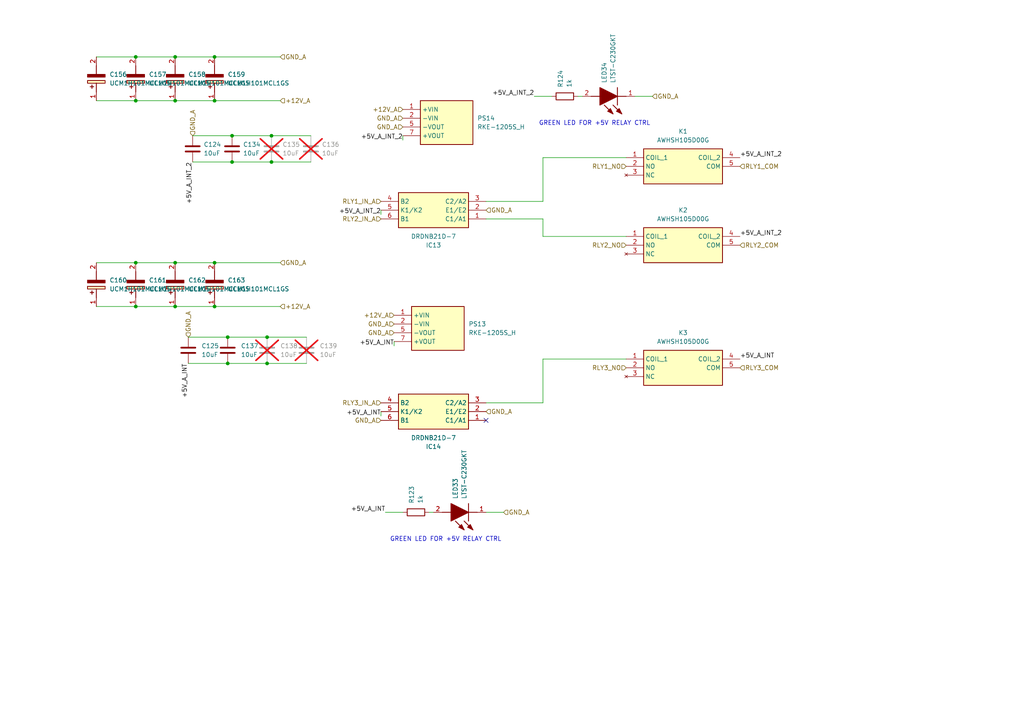
<source format=kicad_sch>
(kicad_sch (version 20250114) (generator "eeschema") (generator_version "9.0")
  (paper "A4")
  (lib_symbols
    (symbol "Device:C" (pin_numbers (hide yes)) (pin_names (offset 0.254))
      (property "Reference" "C" (at 0.635 2.54 0))
      (property "Value" "C" (at 0.635 -2.54 0))
      (symbol "C_0_1"
        (polyline (pts (xy -2.032 0.762) (xy 2.032 0.762)) (stroke (width 0.508)))
        (polyline (pts (xy -2.032 -0.762) (xy 2.032 -0.762)) (stroke (width 0.508)))
      )
      (symbol "C_1_1"
        (pin passive line (at 0 3.81 270) (length 2.794) (name "~") (number "1"))
        (pin passive line (at 0 -3.81 90) (length 2.794) (name "~") (number "2"))
      )
    )
    (symbol "Device:R" (pin_numbers (hide yes)) (pin_names (offset 0))
      (property "Reference" "R" (at 2.032 0 90))
      (property "Value" "R" (at 0 0 90))
      (symbol "R_0_1"
        (rectangle (start -1.016 -2.54) (end 1.016 2.54) (stroke (width 0.254)))
      )
      (symbol "R_1_1"
        (pin passive line (at 0 3.81 270) (length 1.27) (name "~") (number "1"))
        (pin passive line (at 0 -3.81 90) (length 1.27) (name "~") (number "2"))
      )
    )
    (symbol "InverterCom:AWHSH105D00G"
      (property "Reference" "K" (at 29.21 7.62 0))
      (property "Value" "AWHSH105D00G" (at 29.21 5.08 0))
      (symbol "AWHSH105D00G_1_1"
        (rectangle (start 5.08 2.54) (end 27.94 -7.62) (stroke (width 0.254)) (fill (type background)))
        (pin passive line (at 0 0 0) (length 5.08) (name "COIL_1") (number "1"))
        (pin passive line (at 0 -2.54 0) (length 5.08) (name "NO") (number "2"))
        (pin no_connect line (at 0 -5.08 0) (length 5.08) (name "NC") (number "3"))
        (pin passive line (at 33.02 0 180) (length 5.08) (name "COIL_2") (number "4"))
        (pin passive line (at 33.02 -2.54 180) (length 5.08) (name "COM") (number "5"))
      )
    )
    (symbol "InverterCom:DRDNB21D-7"
      (property "Reference" "IC" (at 26.67 7.62 0))
      (property "Value" "DRDNB21D-7" (at 26.67 5.08 0))
      (symbol "DRDNB21D-7_1_1"
        (rectangle (start 5.08 2.54) (end 25.4 -7.62) (stroke (width 0.254)) (fill (type background)))
        (pin passive line (at 0 0 0) (length 5.08) (name "C1/A1") (number "1"))
        (pin passive line (at 0 -2.54 0) (length 5.08) (name "E1/E2") (number "2"))
        (pin passive line (at 0 -5.08 0) (length 5.08) (name "C2/A2") (number "3"))
        (pin passive line (at 30.48 0 180) (length 5.08) (name "B1") (number "6"))
        (pin passive line (at 30.48 -2.54 180) (length 5.08) (name "K1/K2") (number "5"))
        (pin passive line (at 30.48 -5.08 180) (length 5.08) (name "B2") (number "4"))
      )
    )
    (symbol "InverterCom:LTST-C230GKT" (pin_names (hide yes))
      (property "Reference" "LED" (at 12.7 8.89 0))
      (property "Value" "LTST-C230GKT" (at 12.7 6.35 0))
      (symbol "LTST-C230GKT_1_1"
        (polyline (pts (xy 2.54 0) (xy 5.08 0)) (stroke (width 0.254)))
        (polyline (pts (xy 5.08 2.54) (xy 5.08 -2.54)) (stroke (width 0.254)))
        (polyline (pts (xy 5.08 0) (xy 10.16 2.54) (xy 10.16 -2.54) (xy 5.08 0)) (stroke (width 0.254)) (fill (type outline)))
        (polyline (pts (xy 5.334 4.318) (xy 4.572 3.556) (xy 3.81 5.08) (xy 5.334 4.318)) (stroke (width 0.254)) (fill (type outline)))
        (polyline (pts (xy 6.35 2.54) (xy 3.81 5.08)) (stroke (width 0.254)))
        (polyline (pts (xy 7.874 4.318) (xy 7.112 3.556) (xy 6.35 5.08) (xy 7.874 4.318)) (stroke (width 0.254)) (fill (type outline)))
        (polyline (pts (xy 8.89 2.54) (xy 6.35 5.08)) (stroke (width 0.254)))
        (polyline (pts (xy 10.16 0) (xy 12.7 0)) (stroke (width 0.254)))
        (pin passive line (at 0 0 0) (length 2.54) (name "K") (number "1"))
        (pin passive line (at 15.24 0 180) (length 2.54) (name "A") (number "2"))
      )
    )
    (symbol "InverterCom:RKE-1205S_H"
      (property "Reference" "PS" (at 21.59 7.62 0))
      (property "Value" "RKE-1205S_H" (at 21.59 5.08 0))
      (symbol "RKE-1205S_H_1_1"
        (rectangle (start 5.08 2.54) (end 20.32 -10.16) (stroke (width 0.254)) (fill (type background)))
        (pin passive line (at 0 0 0) (length 5.08) (name "+VIN") (number "1"))
        (pin passive line (at 0 -2.54 0) (length 5.08) (name "-VIN") (number "2"))
        (pin passive line (at 0 -5.08 0) (length 5.08) (name "-VOUT") (number "5"))
        (pin passive line (at 0 -7.62 0) (length 5.08) (name "+VOUT") (number "7"))
      )
    )
    (symbol "InverterCom:UCM1H101MCL1GS" (pin_names (hide yes))
      (property "Reference" "C" (at 8.89 6.35 0))
      (property "Value" "UCM1H101MCL1GS" (at 8.89 3.81 0))
      (symbol "UCM1H101MCL1GS_1_1"
        (polyline (pts (xy 2.54 0) (xy 5.08 0)) (stroke (width 0.254)))
        (polyline (pts (xy 4.064 1.778) (xy 4.064 0.762)) (stroke (width 0.254)))
        (polyline (pts (xy 4.572 1.27) (xy 3.556 1.27)) (stroke (width 0.254)))
        (rectangle (start 5.08 2.54) (end 5.842 -2.54) (stroke (width 0.254)) (fill (type background)))
        (polyline (pts (xy 7.62 2.54) (xy 7.62 -2.54) (xy 6.858 -2.54) (xy 6.858 2.54) (xy 7.62 2.54)) (stroke (width 0.254)) (fill (type outline)))
        (polyline (pts (xy 7.62 0) (xy 10.16 0)) (stroke (width 0.254)))
        (pin passive line (at 0 0 0) (length 2.54) (name "+") (number "1"))
        (pin passive line (at 12.7 0 180) (length 2.54) (name "-") (number "2"))
      )
    )
  )
  (text "GREEN LED FOR +5V RELAY CTRL" (at 172.466 35.814 0) (effects (font (size 1.27 1.27))))
  (text "GREEN LED FOR +5V RELAY CTRL" (at 129.286 156.464 0) (effects (font (size 1.27 1.27))))
  (junction (at 39.37 29.21))
  (junction (at 78.74 39.37))
  (junction (at 67.31 39.37))
  (junction (at 62.23 16.51))
  (junction (at 50.8 76.2))
  (junction (at 39.37 76.2))
  (junction (at 77.47 97.79))
  (junction (at 66.04 97.79))
  (junction (at 50.8 88.9))
  (junction (at 50.8 29.21))
  (junction (at 62.23 88.9))
  (junction (at 50.8 16.51))
  (junction (at 77.47 105.41))
  (junction (at 66.04 105.41))
  (junction (at 62.23 29.21))
  (junction (at 39.37 16.51))
  (junction (at 67.31 46.99))
  (junction (at 78.74 46.99))
  (junction (at 62.23 76.2))
  (junction (at 39.37 88.9))
  (no_connect (at 140.97 121.92))
  (wire (pts (xy 154.94 27.94) (xy 160.02 27.94)))
  (wire (pts (xy 78.74 39.37) (xy 90.17 39.37)))
  (wire (pts (xy 181.61 45.72) (xy 157.48 45.72)))
  (wire (pts (xy 39.37 76.2) (xy 50.8 76.2)))
  (wire (pts (xy 181.61 104.14) (xy 157.48 104.14)))
  (wire (pts (xy 116.84 40.64) (xy 116.84 39.37)))
  (wire (pts (xy 114.3 100.33) (xy 114.3 99.06)))
  (wire (pts (xy 27.94 29.21) (xy 39.37 29.21)))
  (wire (pts (xy 110.49 120.65) (xy 110.49 119.38)))
  (wire (pts (xy 55.88 39.37) (xy 67.31 39.37)))
  (wire (pts (xy 39.37 29.21) (xy 50.8 29.21)))
  (wire (pts (xy 157.48 68.58) (xy 157.48 63.5)))
  (wire (pts (xy 184.15 27.94) (xy 189.23 27.94)))
  (wire (pts (xy 50.8 29.21) (xy 62.23 29.21)))
  (wire (pts (xy 110.49 60.96) (xy 110.49 62.23)))
  (wire (pts (xy 157.48 45.72) (xy 157.48 58.42)))
  (wire (pts (xy 39.37 16.51) (xy 50.8 16.51)))
  (wire (pts (xy 66.04 97.79) (xy 77.47 97.79)))
  (wire (pts (xy 67.31 46.99) (xy 78.74 46.99)))
  (wire (pts (xy 140.97 148.59) (xy 146.05 148.59)))
  (wire (pts (xy 77.47 97.79) (xy 88.9 97.79)))
  (wire (pts (xy 167.64 27.94) (xy 168.91 27.94)))
  (wire (pts (xy 62.23 88.9) (xy 81.28 88.9)))
  (wire (pts (xy 54.61 105.41) (xy 66.04 105.41)))
  (wire (pts (xy 55.88 46.99) (xy 67.31 46.99)))
  (wire (pts (xy 67.31 39.37) (xy 78.74 39.37)))
  (wire (pts (xy 140.97 63.5) (xy 157.48 63.5)))
  (wire (pts (xy 157.48 58.42) (xy 140.97 58.42)))
  (wire (pts (xy 27.94 16.51) (xy 39.37 16.51)))
  (wire (pts (xy 27.94 76.2) (xy 39.37 76.2)))
  (wire (pts (xy 62.23 16.51) (xy 81.28 16.51)))
  (wire (pts (xy 78.74 46.99) (xy 90.17 46.99)))
  (wire (pts (xy 54.61 97.79) (xy 66.04 97.79)))
  (wire (pts (xy 181.61 68.58) (xy 157.48 68.58)))
  (wire (pts (xy 66.04 105.41) (xy 77.47 105.41)))
  (wire (pts (xy 50.8 76.2) (xy 62.23 76.2)))
  (wire (pts (xy 50.8 88.9) (xy 62.23 88.9)))
  (wire (pts (xy 50.8 16.51) (xy 62.23 16.51)))
  (wire (pts (xy 62.23 29.21) (xy 81.28 29.21)))
  (wire (pts (xy 111.76 148.59) (xy 116.84 148.59)))
  (wire (pts (xy 124.46 148.59) (xy 125.73 148.59)))
  (wire (pts (xy 77.47 105.41) (xy 88.9 105.41)))
  (wire (pts (xy 39.37 88.9) (xy 50.8 88.9)))
  (wire (pts (xy 157.48 104.14) (xy 157.48 116.84)))
  (wire (pts (xy 157.48 116.84) (xy 140.97 116.84)))
  (wire (pts (xy 62.23 76.2) (xy 81.28 76.2)))
  (wire (pts (xy 27.94 88.9) (xy 39.37 88.9)))
  (label "+5V_A_INT_2" (at 214.63 45.72 0))
  (label "+5V_A_INT" (at 110.49 120.65 180))
  (label "+5V_A_INT_2" (at 214.63 68.58 0))
  (label "+5V_A_INT_2" (at 55.88 46.99 270))
  (label "+5V_A_INT_2" (at 154.94 27.94 180))
  (label "+5V_A_INT" (at 111.76 148.59 180))
  (label "+5V_A_INT_2" (at 116.84 40.64 180))
  (label "+5V_A_INT" (at 54.61 105.41 270))
  (label "+5V_A_INT" (at 114.3 100.33 180))
  (label "+5V_A_INT" (at 214.63 104.14 0))
  (label "+5V_A_INT_2" (at 110.49 62.23 180))
  (hierarchical_label "RLY2_NO" (shape input) (at 181.61 71.12 180))
  (hierarchical_label "RLY3_COM" (shape input) (at 214.63 106.68 0))
  (hierarchical_label "RLY1_COM" (shape input) (at 214.63 48.26 0))
  (hierarchical_label "+12V_A" (shape input) (at 114.3 91.44 180))
  (hierarchical_label "GND_A" (shape input) (at 189.23 27.94 0))
  (hierarchical_label "GND_A" (shape input) (at 146.05 148.59 0))
  (hierarchical_label "GND_A" (shape input) (at 140.97 119.38 0))
  (hierarchical_label "+12V_A" (shape input) (at 81.28 88.9 0))
  (hierarchical_label "+12V_A" (shape input) (at 116.84 31.75 180))
  (hierarchical_label "RLY3_IN_A" (shape input) (at 110.49 116.84 180))
  (hierarchical_label "RLY1_NO" (shape input) (at 181.61 48.26 180))
  (hierarchical_label "GND_A" (shape input) (at 114.3 93.98 180))
  (hierarchical_label "RLY1_IN_A" (shape input) (at 110.49 58.42 180))
  (hierarchical_label "GND_A" (shape input) (at 140.97 60.96 0))
  (hierarchical_label "RLY3_NO" (shape input) (at 181.61 106.68 180))
  (hierarchical_label "GND_A" (shape input) (at 116.84 36.83 180))
  (hierarchical_label "RLY2_IN_A" (shape input) (at 110.49 63.5 180))
  (hierarchical_label "GND_A" (shape input) (at 54.61 97.79 90))
  (hierarchical_label "GND_A" (shape input) (at 114.3 96.52 180))
  (hierarchical_label "GND_A" (shape input) (at 81.28 76.2 0))
  (hierarchical_label "GND_A" (shape input) (at 55.88 39.37 90))
  (hierarchical_label "RLY2_COM" (shape input) (at 214.63 71.12 0))
  (hierarchical_label "GND_A" (shape input) (at 81.28 16.51 0))
  (hierarchical_label "GND_A" (shape input) (at 116.84 34.29 180))
  (hierarchical_label "+12V_A" (shape input) (at 81.28 29.21 0))
  (hierarchical_label "GND_A" (shape input) (at 110.49 121.92 180))
  (symbol (lib_id "InverterCom:DRDNB21D-7") (at 140.97 63.5 180) (unit 1)
    (property "Reference" "IC13" (at 125.73 71.12 0))
    (property "Value" "DRDNB21D-7" (at 125.73 68.58 0))
    (property "Footprint" "InverterCom:SOT65P210X110-6N" (effects (hide yes)))
    (property "Datasheet" "https://www.diodes.com//assets/Datasheets/ds30756.pdf" (effects (hide yes)))
    (property "Description" "Diodes Inc, DRDNB21D-7, Dual NPN Digital Transistor, 100 mA 50 V, 6-Pin SOT-363" (effects (hide yes)))
    (property "Height" "1.1" (effects (hide yes)))
    (property "Mouser Part Number" "621-DRDNB21D-7" (effects (hide yes)))
    (property "Mouser Price/Stock" "https://www.mouser.co.uk/ProductDetail/Diodes-Incorporated/DRDNB21D-7?qs=mQbszxtPdlPuLejzjzn%2Fng%3D%3D" (effects (hide yes)))
    (property "Manufacturer_Name" "Diodes Incorporated" (effects (hide yes)))
    (property "Manufacturer_Part_Number" "DRDNB21D-7" (effects (hide yes)))
  )
  (symbol (lib_id "Device:R") (at 120.65 148.59 270) (unit 1)
    (property "Reference" "R123" (at 119.3799 146.05 0) (effects (justify right)))
    (property "Value" "1k" (at 121.9199 146.05 0) (effects (justify right)))
    (property "Footprint" "Resistor_SMD:R_1210_3225Metric_Pad1.30x2.65mm_HandSolder" (effects (hide yes)))
    (property "Description" "Resistor" (effects (hide yes)))
  )
  (symbol (lib_id "InverterCom:AWHSH105D00G") (at 181.61 68.58 0) (unit 1)
    (property "Reference" "K2" (at 198.12 60.96 0))
    (property "Value" "AWHSH105D00G" (at 198.12 63.5 0))
    (property "Footprint" "InverterCom:AWHSH105D00G" (effects (hide yes)))
    (property "Datasheet" "https://g.componentsearchengine.com/Datasheets/0/17861032.pdf" (effects (hide yes)))
    (property "Description" "General Purpose Relays Commercial RelayRated Carrying Current :15AType of Sealing : Sealed and Waterproof TypeNumber of pole : one poleCoil Voltage : 5VCoil Type : Standard DC CoilContact Form : Form C" (effects (hide yes)))
    (property "Height" "15.3" (effects (hide yes)))
    (property "Mouser Part Number" "523-AWHSH105D00G" (effects (hide yes)))
    (property "Mouser Price/Stock" "https://www.mouser.co.uk/ProductDetail/Amphenol-Anytek/AWHSH105D00G?qs=rSMjJ%252B1ewcT7jFUGTuCYSw%3D%3D" (effects (hide yes)))
    (property "Manufacturer_Name" "Amphenol" (effects (hide yes)))
    (property "Manufacturer_Part_Number" "AWHSH105D00G" (effects (hide yes)))
  )
  (symbol (lib_id "InverterCom:UCM1H101MCL1GS") (at 62.23 29.21 90) (unit 1)
    (property "Reference" "C159" (at 66.04 21.5899 90) (effects (justify right)))
    (property "Value" "UCM1H101MCL1GS" (at 66.04 24.1299 90) (effects (justify right)))
    (property "Footprint" "InverterCom:CAPAE660X800N" (effects (hide yes)))
    (property "Datasheet" "http://www.nichicon.co.jp/english/products/pdfs/e-ucm.pdf" (effects (hide yes)))
    (property "Description" "Nichicon 100uF 50 V Aluminium Electrolytic Capacitor SMD, CM Series 2000h 6.3 (Dia.) x 7.7mm" (effects (hide yes)))
    (property "Height" "8" (effects (hide yes)))
    (property "Mouser Part Number" "647-UCM1H101MCL1GS" (effects (hide yes)))
    (property "Mouser Price/Stock" "https://www.mouser.co.uk/ProductDetail/Nichicon/UCM1H101MCL1GS?qs=DSgADHjnLTkk%252B%2Fewo0WoDQ%3D%3D" (effects (hide yes)))
    (property "Manufacturer_Name" "Nichicon" (effects (hide yes)))
    (property "Manufacturer_Part_Number" "UCM1H101MCL1GS" (effects (hide yes)))
  )
  (symbol (lib_id "InverterCom:DRDNB21D-7") (at 140.97 121.92 180) (unit 1)
    (property "Reference" "IC14" (at 125.73 129.54 0))
    (property "Value" "DRDNB21D-7" (at 125.73 127 0))
    (property "Footprint" "InverterCom:SOT65P210X110-6N" (effects (hide yes)))
    (property "Datasheet" "https://www.diodes.com//assets/Datasheets/ds30756.pdf" (effects (hide yes)))
    (property "Description" "Diodes Inc, DRDNB21D-7, Dual NPN Digital Transistor, 100 mA 50 V, 6-Pin SOT-363" (effects (hide yes)))
    (property "Height" "1.1" (effects (hide yes)))
    (property "Mouser Part Number" "621-DRDNB21D-7" (effects (hide yes)))
    (property "Mouser Price/Stock" "https://www.mouser.co.uk/ProductDetail/Diodes-Incorporated/DRDNB21D-7?qs=mQbszxtPdlPuLejzjzn%2Fng%3D%3D" (effects (hide yes)))
    (property "Manufacturer_Name" "Diodes Incorporated" (effects (hide yes)))
    (property "Manufacturer_Part_Number" "DRDNB21D-7" (effects (hide yes)))
  )
  (symbol (lib_id "Device:C") (at 88.9 101.6 0) (unit 1) (dnp yes)
    (property "Reference" "C139" (at 92.71 100.3299 0) (effects (justify left)))
    (property "Value" "10uF" (at 92.71 102.8699 0) (effects (justify left)))
    (property "Footprint" "Capacitor_SMD:C_1210_3225Metric_Pad1.33x2.70mm_HandSolder" (effects (hide yes)))
    (property "Description" "Unpolarized capacitor" (effects (hide yes)))
  )
  (symbol (lib_id "Device:C") (at 77.47 101.6 0) (unit 1) (dnp yes)
    (property "Reference" "C138" (at 81.28 100.3299 0) (effects (justify left)))
    (property "Value" "10uF" (at 81.28 102.8699 0) (effects (justify left)))
    (property "Footprint" "Capacitor_SMD:C_1210_3225Metric_Pad1.33x2.70mm_HandSolder" (effects (hide yes)))
    (property "Description" "Unpolarized capacitor" (effects (hide yes)))
  )
  (symbol (lib_id "InverterCom:UCM1H101MCL1GS") (at 50.8 29.21 90) (unit 1)
    (property "Reference" "C158" (at 54.61 21.5899 90) (effects (justify right)))
    (property "Value" "UCM1H101MCL1GS" (at 54.61 24.1299 90) (effects (justify right)))
    (property "Footprint" "InverterCom:CAPAE660X800N" (effects (hide yes)))
    (property "Datasheet" "http://www.nichicon.co.jp/english/products/pdfs/e-ucm.pdf" (effects (hide yes)))
    (property "Description" "Nichicon 100uF 50 V Aluminium Electrolytic Capacitor SMD, CM Series 2000h 6.3 (Dia.) x 7.7mm" (effects (hide yes)))
    (property "Height" "8" (effects (hide yes)))
    (property "Mouser Part Number" "647-UCM1H101MCL1GS" (effects (hide yes)))
    (property "Mouser Price/Stock" "https://www.mouser.co.uk/ProductDetail/Nichicon/UCM1H101MCL1GS?qs=DSgADHjnLTkk%252B%2Fewo0WoDQ%3D%3D" (effects (hide yes)))
    (property "Manufacturer_Name" "Nichicon" (effects (hide yes)))
    (property "Manufacturer_Part_Number" "UCM1H101MCL1GS" (effects (hide yes)))
  )
  (symbol (lib_id "InverterCom:LTST-C230GKT") (at 184.15 27.94 180) (unit 1)
    (property "Reference" "LED34" (at 175.2599 24.13 90) (effects (justify right)))
    (property "Value" "LTST-C230GKT" (at 177.7999 24.13 90) (effects (justify right)))
    (property "Footprint" "InverterCom:LEDC3216X120N" (effects (hide yes)))
    (property "Description" "Lite-On LTST-C230GKT Green LED, 569 nm, 3016 (1206), Rectangle Lens SMD Package" (effects (hide yes)))
    (property "Height" "1.2" (effects (hide yes)))
    (property "Mouser Part Number" "859-LTST-C230GKT" (effects (hide yes)))
    (property "Mouser Price/Stock" "https://www.mouser.co.uk/ProductDetail/Lite-On/LTST-C230GKT?qs=7ZnIBiPc9DrbEstVFO1DAg%3D%3D" (effects (hide yes)))
    (property "Manufacturer_Name" "Lite-On" (effects (hide yes)))
    (property "Manufacturer_Part_Number" "LTST-C230GKT" (effects (hide yes)))
  )
  (symbol (lib_id "Device:C") (at 78.74 43.18 0) (unit 1) (dnp yes)
    (property "Reference" "C135" (at 81.915 41.9099 0) (effects (justify left)))
    (property "Value" "10uF" (at 81.915 44.4499 0) (effects (justify left)))
    (property "Footprint" "Capacitor_SMD:C_1210_3225Metric_Pad1.33x2.70mm_HandSolder" (effects (hide yes)))
    (property "Description" "Unpolarized capacitor" (effects (hide yes)))
  )
  (symbol (lib_id "Device:C") (at 54.61 101.6 0) (unit 1)
    (property "Reference" "C125" (at 58.42 100.3299 0) (effects (justify left)))
    (property "Value" "10uF" (at 58.42 102.8699 0) (effects (justify left)))
    (property "Footprint" "Capacitor_SMD:C_1210_3225Metric_Pad1.33x2.70mm_HandSolder" (effects (hide yes)))
    (property "Description" "Unpolarized capacitor" (effects (hide yes)))
  )
  (symbol (lib_id "InverterCom:UCM1H101MCL1GS") (at 39.37 29.21 90) (unit 1)
    (property "Reference" "C157" (at 43.18 21.5899 90) (effects (justify right)))
    (property "Value" "UCM1H101MCL1GS" (at 43.18 24.1299 90) (effects (justify right)))
    (property "Footprint" "InverterCom:CAPAE660X800N" (effects (hide yes)))
    (property "Datasheet" "http://www.nichicon.co.jp/english/products/pdfs/e-ucm.pdf" (effects (hide yes)))
    (property "Description" "Nichicon 100uF 50 V Aluminium Electrolytic Capacitor SMD, CM Series 2000h 6.3 (Dia.) x 7.7mm" (effects (hide yes)))
    (property "Height" "8" (effects (hide yes)))
    (property "Mouser Part Number" "647-UCM1H101MCL1GS" (effects (hide yes)))
    (property "Mouser Price/Stock" "https://www.mouser.co.uk/ProductDetail/Nichicon/UCM1H101MCL1GS?qs=DSgADHjnLTkk%252B%2Fewo0WoDQ%3D%3D" (effects (hide yes)))
    (property "Manufacturer_Name" "Nichicon" (effects (hide yes)))
    (property "Manufacturer_Part_Number" "UCM1H101MCL1GS" (effects (hide yes)))
  )
  (symbol (lib_id "InverterCom:RKE-1205S_H") (at 114.3 91.44 0) (unit 1)
    (property "Reference" "PS13" (at 135.89 93.9799 0) (effects (justify left)))
    (property "Value" "RKE-1205S_H" (at 135.89 96.5199 0) (effects (justify left)))
    (property "Footprint" "InverterCom:RKE1205SH" (effects (hide yes)))
    (property "Datasheet" "https://www.recom-power.com/pdf/Econoline/RKE.pdf" (effects (hide yes)))
    (property "Description" "Recom Through Hole 1W Isolated DC-DC Converter, Vin Maximum of 12 V dc, I/O isolation 4kV dc, Vout 5V dc" (effects (hide yes)))
    (property "Height" "10.7" (effects (hide yes)))
    (property "Mouser Part Number" "919-RKE-1205S/H" (effects (hide yes)))
    (property "Mouser Price/Stock" "https://www.mouser.co.uk/ProductDetail/RECOM-Power/RKE-1205S-H?qs=IFMNCcK%2FBZwj8OgeraTUUA%3D%3D" (effects (hide yes)))
    (property "Manufacturer_Name" "RECOM Power" (effects (hide yes)))
    (property "Manufacturer_Part_Number" "RKE-1205S/H" (effects (hide yes)))
  )
  (symbol (lib_id "Device:C") (at 90.17 43.18 0) (unit 1) (dnp yes)
    (property "Reference" "C136" (at 93.345 41.9099 0) (effects (justify left)))
    (property "Value" "10uF" (at 93.345 44.4499 0) (effects (justify left)))
    (property "Footprint" "Capacitor_SMD:C_1210_3225Metric_Pad1.33x2.70mm_HandSolder" (effects (hide yes)))
    (property "Description" "Unpolarized capacitor" (effects (hide yes)))
  )
  (symbol (lib_id "Device:R") (at 163.83 27.94 270) (unit 1)
    (property "Reference" "R124" (at 162.5599 25.4 0) (effects (justify right)))
    (property "Value" "1k" (at 165.0999 25.4 0) (effects (justify right)))
    (property "Footprint" "Resistor_SMD:R_1210_3225Metric_Pad1.30x2.65mm_HandSolder" (effects (hide yes)))
    (property "Description" "Resistor" (effects (hide yes)))
  )
  (symbol (lib_id "InverterCom:RKE-1205S_H") (at 116.84 31.75 0) (unit 1)
    (property "Reference" "PS14" (at 138.43 34.2899 0) (effects (justify left)))
    (property "Value" "RKE-1205S_H" (at 138.43 36.8299 0) (effects (justify left)))
    (property "Footprint" "InverterCom:RKE1205SH" (effects (hide yes)))
    (property "Datasheet" "https://www.recom-power.com/pdf/Econoline/RKE.pdf" (effects (hide yes)))
    (property "Description" "Recom Through Hole 1W Isolated DC-DC Converter, Vin Maximum of 12 V dc, I/O isolation 4kV dc, Vout 5V dc" (effects (hide yes)))
    (property "Height" "10.7" (effects (hide yes)))
    (property "Mouser Part Number" "919-RKE-1205S/H" (effects (hide yes)))
    (property "Mouser Price/Stock" "https://www.mouser.co.uk/ProductDetail/RECOM-Power/RKE-1205S-H?qs=IFMNCcK%2FBZwj8OgeraTUUA%3D%3D" (effects (hide yes)))
    (property "Manufacturer_Name" "RECOM Power" (effects (hide yes)))
    (property "Manufacturer_Part_Number" "RKE-1205S/H" (effects (hide yes)))
  )
  (symbol (lib_id "Device:C") (at 67.31 43.18 0) (unit 1)
    (property "Reference" "C134" (at 70.485 41.9099 0) (effects (justify left)))
    (property "Value" "10uF" (at 70.485 44.4499 0) (effects (justify left)))
    (property "Footprint" "Capacitor_SMD:C_1210_3225Metric_Pad1.33x2.70mm_HandSolder" (effects (hide yes)))
    (property "Description" "Unpolarized capacitor" (effects (hide yes)))
  )
  (symbol (lib_id "InverterCom:UCM1H101MCL1GS") (at 39.37 88.9 90) (unit 1)
    (property "Reference" "C161" (at 43.18 81.2799 90) (effects (justify right)))
    (property "Value" "UCM1H101MCL1GS" (at 43.18 83.8199 90) (effects (justify right)))
    (property "Footprint" "InverterCom:CAPAE660X800N" (effects (hide yes)))
    (property "Datasheet" "http://www.nichicon.co.jp/english/products/pdfs/e-ucm.pdf" (effects (hide yes)))
    (property "Description" "Nichicon 100uF 50 V Aluminium Electrolytic Capacitor SMD, CM Series 2000h 6.3 (Dia.) x 7.7mm" (effects (hide yes)))
    (property "Height" "8" (effects (hide yes)))
    (property "Mouser Part Number" "647-UCM1H101MCL1GS" (effects (hide yes)))
    (property "Mouser Price/Stock" "https://www.mouser.co.uk/ProductDetail/Nichicon/UCM1H101MCL1GS?qs=DSgADHjnLTkk%252B%2Fewo0WoDQ%3D%3D" (effects (hide yes)))
    (property "Manufacturer_Name" "Nichicon" (effects (hide yes)))
    (property "Manufacturer_Part_Number" "UCM1H101MCL1GS" (effects (hide yes)))
  )
  (symbol (lib_id "Device:C") (at 55.88 43.18 0) (unit 1)
    (property "Reference" "C124" (at 59.055 41.9099 0) (effects (justify left)))
    (property "Value" "10uF" (at 59.055 44.4499 0) (effects (justify left)))
    (property "Footprint" "Capacitor_SMD:C_1210_3225Metric_Pad1.33x2.70mm_HandSolder" (effects (hide yes)))
    (property "Description" "Unpolarized capacitor" (effects (hide yes)))
  )
  (symbol (lib_id "Device:C") (at 66.04 101.6 0) (unit 1)
    (property "Reference" "C137" (at 69.85 100.3299 0) (effects (justify left)))
    (property "Value" "10uF" (at 69.85 102.8699 0) (effects (justify left)))
    (property "Footprint" "Capacitor_SMD:C_1210_3225Metric_Pad1.33x2.70mm_HandSolder" (effects (hide yes)))
    (property "Description" "Unpolarized capacitor" (effects (hide yes)))
  )
  (symbol (lib_id "InverterCom:UCM1H101MCL1GS") (at 27.94 29.21 90) (unit 1)
    (property "Reference" "C156" (at 31.75 21.5899 90) (effects (justify right)))
    (property "Value" "UCM1H101MCL1GS" (at 31.75 24.1299 90) (effects (justify right)))
    (property "Footprint" "InverterCom:CAPAE660X800N" (effects (hide yes)))
    (property "Datasheet" "http://www.nichicon.co.jp/english/products/pdfs/e-ucm.pdf" (effects (hide yes)))
    (property "Description" "Nichicon 100uF 50 V Aluminium Electrolytic Capacitor SMD, CM Series 2000h 6.3 (Dia.) x 7.7mm" (effects (hide yes)))
    (property "Height" "8" (effects (hide yes)))
    (property "Mouser Part Number" "647-UCM1H101MCL1GS" (effects (hide yes)))
    (property "Mouser Price/Stock" "https://www.mouser.co.uk/ProductDetail/Nichicon/UCM1H101MCL1GS?qs=DSgADHjnLTkk%252B%2Fewo0WoDQ%3D%3D" (effects (hide yes)))
    (property "Manufacturer_Name" "Nichicon" (effects (hide yes)))
    (property "Manufacturer_Part_Number" "UCM1H101MCL1GS" (effects (hide yes)))
  )
  (symbol (lib_id "InverterCom:LTST-C230GKT") (at 140.97 148.59 180) (unit 1)
    (property "Reference" "LED33" (at 132.0799 144.78 90) (effects (justify right)))
    (property "Value" "LTST-C230GKT" (at 134.6199 144.78 90) (effects (justify right)))
    (property "Footprint" "InverterCom:LEDC3216X120N" (effects (hide yes)))
    (property "Description" "Lite-On LTST-C230GKT Green LED, 569 nm, 3016 (1206), Rectangle Lens SMD Package" (effects (hide yes)))
    (property "Height" "1.2" (effects (hide yes)))
    (property "Mouser Part Number" "859-LTST-C230GKT" (effects (hide yes)))
    (property "Mouser Price/Stock" "https://www.mouser.co.uk/ProductDetail/Lite-On/LTST-C230GKT?qs=7ZnIBiPc9DrbEstVFO1DAg%3D%3D" (effects (hide yes)))
    (property "Manufacturer_Name" "Lite-On" (effects (hide yes)))
    (property "Manufacturer_Part_Number" "LTST-C230GKT" (effects (hide yes)))
  )
  (symbol (lib_id "InverterCom:UCM1H101MCL1GS") (at 50.8 88.9 90) (unit 1)
    (property "Reference" "C162" (at 54.61 81.2799 90) (effects (justify right)))
    (property "Value" "UCM1H101MCL1GS" (at 54.61 83.8199 90) (effects (justify right)))
    (property "Footprint" "InverterCom:CAPAE660X800N" (effects (hide yes)))
    (property "Datasheet" "http://www.nichicon.co.jp/english/products/pdfs/e-ucm.pdf" (effects (hide yes)))
    (property "Description" "Nichicon 100uF 50 V Aluminium Electrolytic Capacitor SMD, CM Series 2000h 6.3 (Dia.) x 7.7mm" (effects (hide yes)))
    (property "Height" "8" (effects (hide yes)))
    (property "Mouser Part Number" "647-UCM1H101MCL1GS" (effects (hide yes)))
    (property "Mouser Price/Stock" "https://www.mouser.co.uk/ProductDetail/Nichicon/UCM1H101MCL1GS?qs=DSgADHjnLTkk%252B%2Fewo0WoDQ%3D%3D" (effects (hide yes)))
    (property "Manufacturer_Name" "Nichicon" (effects (hide yes)))
    (property "Manufacturer_Part_Number" "UCM1H101MCL1GS" (effects (hide yes)))
  )
  (symbol (lib_id "InverterCom:UCM1H101MCL1GS") (at 27.94 88.9 90) (unit 1)
    (property "Reference" "C160" (at 31.75 81.2799 90) (effects (justify right)))
    (property "Value" "UCM1H101MCL1GS" (at 31.75 83.8199 90) (effects (justify right)))
    (property "Footprint" "InverterCom:CAPAE660X800N" (effects (hide yes)))
    (property "Datasheet" "http://www.nichicon.co.jp/english/products/pdfs/e-ucm.pdf" (effects (hide yes)))
    (property "Description" "Nichicon 100uF 50 V Aluminium Electrolytic Capacitor SMD, CM Series 2000h 6.3 (Dia.) x 7.7mm" (effects (hide yes)))
    (property "Height" "8" (effects (hide yes)))
    (property "Mouser Part Number" "647-UCM1H101MCL1GS" (effects (hide yes)))
    (property "Mouser Price/Stock" "https://www.mouser.co.uk/ProductDetail/Nichicon/UCM1H101MCL1GS?qs=DSgADHjnLTkk%252B%2Fewo0WoDQ%3D%3D" (effects (hide yes)))
    (property "Manufacturer_Name" "Nichicon" (effects (hide yes)))
    (property "Manufacturer_Part_Number" "UCM1H101MCL1GS" (effects (hide yes)))
  )
  (symbol (lib_id "InverterCom:AWHSH105D00G") (at 181.61 104.14 0) (unit 1)
    (property "Reference" "K3" (at 198.12 96.52 0))
    (property "Value" "AWHSH105D00G" (at 198.12 99.06 0))
    (property "Footprint" "InverterCom:AWHSH105D00G" (effects (hide yes)))
    (property "Datasheet" "https://g.componentsearchengine.com/Datasheets/0/17861032.pdf" (effects (hide yes)))
    (property "Description" "General Purpose Relays Commercial RelayRated Carrying Current :15AType of Sealing : Sealed and Waterproof TypeNumber of pole : one poleCoil Voltage : 5VCoil Type : Standard DC CoilContact Form : Form C" (effects (hide yes)))
    (property "Height" "15.3" (effects (hide yes)))
    (property "Mouser Part Number" "523-AWHSH105D00G" (effects (hide yes)))
    (property "Mouser Price/Stock" "https://www.mouser.co.uk/ProductDetail/Amphenol-Anytek/AWHSH105D00G?qs=rSMjJ%252B1ewcT7jFUGTuCYSw%3D%3D" (effects (hide yes)))
    (property "Manufacturer_Name" "Amphenol" (effects (hide yes)))
    (property "Manufacturer_Part_Number" "AWHSH105D00G" (effects (hide yes)))
  )
  (symbol (lib_id "InverterCom:AWHSH105D00G") (at 181.61 45.72 0) (unit 1)
    (property "Reference" "K1" (at 198.12 38.1 0))
    (property "Value" "AWHSH105D00G" (at 198.12 40.64 0))
    (property "Footprint" "InverterCom:AWHSH105D00G" (effects (hide yes)))
    (property "Datasheet" "https://g.componentsearchengine.com/Datasheets/0/17861032.pdf" (effects (hide yes)))
    (property "Description" "General Purpose Relays Commercial RelayRated Carrying Current :15AType of Sealing : Sealed and Waterproof TypeNumber of pole : one poleCoil Voltage : 5VCoil Type : Standard DC CoilContact Form : Form C" (effects (hide yes)))
    (property "Height" "15.3" (effects (hide yes)))
    (property "Mouser Part Number" "523-AWHSH105D00G" (effects (hide yes)))
    (property "Mouser Price/Stock" "https://www.mouser.co.uk/ProductDetail/Amphenol-Anytek/AWHSH105D00G?qs=rSMjJ%252B1ewcT7jFUGTuCYSw%3D%3D" (effects (hide yes)))
    (property "Manufacturer_Name" "Amphenol" (effects (hide yes)))
    (property "Manufacturer_Part_Number" "AWHSH105D00G" (effects (hide yes)))
  )
  (symbol (lib_id "InverterCom:UCM1H101MCL1GS") (at 62.23 88.9 90) (unit 1)
    (property "Reference" "C163" (at 66.04 81.2799 90) (effects (justify right)))
    (property "Value" "UCM1H101MCL1GS" (at 66.04 83.8199 90) (effects (justify right)))
    (property "Footprint" "InverterCom:CAPAE660X800N" (effects (hide yes)))
    (property "Datasheet" "http://www.nichicon.co.jp/english/products/pdfs/e-ucm.pdf" (effects (hide yes)))
    (property "Description" "Nichicon 100uF 50 V Aluminium Electrolytic Capacitor SMD, CM Series 2000h 6.3 (Dia.) x 7.7mm" (effects (hide yes)))
    (property "Height" "8" (effects (hide yes)))
    (property "Mouser Part Number" "647-UCM1H101MCL1GS" (effects (hide yes)))
    (property "Mouser Price/Stock" "https://www.mouser.co.uk/ProductDetail/Nichicon/UCM1H101MCL1GS?qs=DSgADHjnLTkk%252B%2Fewo0WoDQ%3D%3D" (effects (hide yes)))
    (property "Manufacturer_Name" "Nichicon" (effects (hide yes)))
    (property "Manufacturer_Part_Number" "UCM1H101MCL1GS" (effects (hide yes)))
  )
)
</source>
